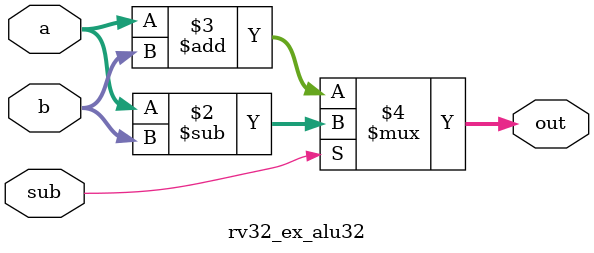
<source format=sv>
`timescale 1ns / 1ps


module rv32_ex_alu32(
        input [31:0] a,
        input [31:0] b,
        input sub,
        
        output [31:0] out
    );
    
    // lab docs didnt mention anything about the ALUs internal logic
    assign out = (sub == 1) ? (a - b) : (a + b);
    
endmodule

</source>
